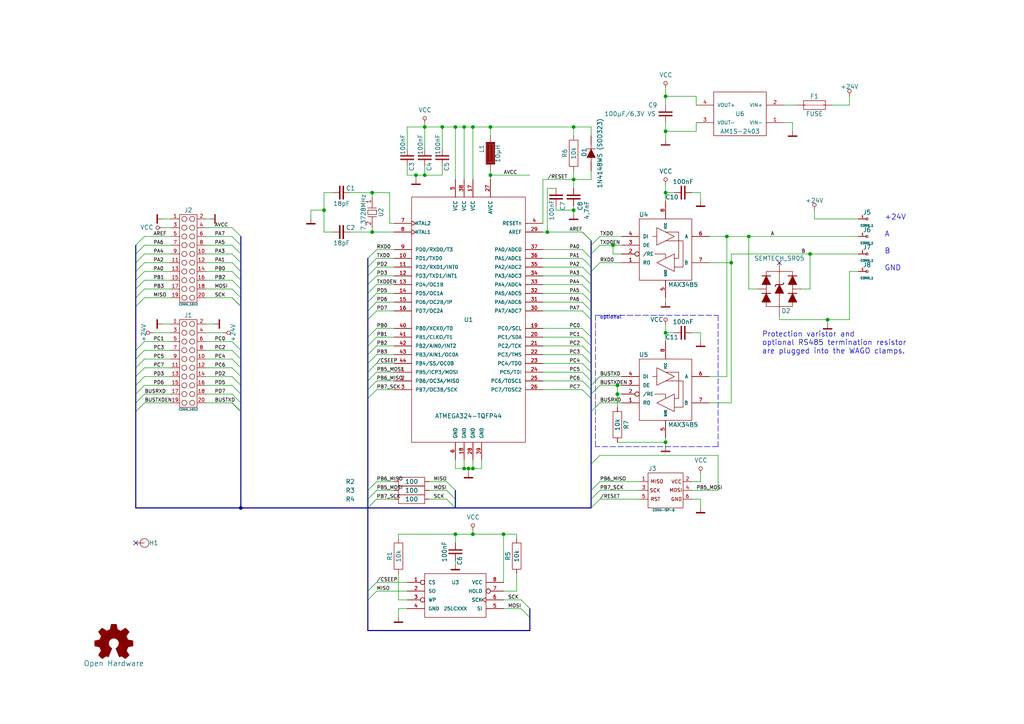
<source format=kicad_sch>
(kicad_sch (version 20211123) (generator eeschema)
  (paper "A4")
  (title_block (title "bus-module_atmega324") (date "2019-03-06") (rev "C") (company "KoeWiBa"))
  (junction (at 137.16 154.94))
  (junction (at 166.37 52.07))
  (junction (at 134.62 36.83))
  (junction (at 132.08 36.83))
  (junction (at 158.75 67.31))
  (junction (at 137.16 135.89))
  (junction (at 142.24 36.83))
  (junction (at 166.37 60.96))
  (junction (at 210.82 68.58))
  (junction (at 193.04 38.1))
  (junction (at 107.95 55.88))
  (junction (at 142.24 50.8))
  (junction (at 69.85 147.32))
  (junction (at 212.09 76.2))
  (junction (at 193.04 27.94))
  (junction (at 234.95 73.66))
  (junction (at 240.03 92.71))
  (junction (at 123.19 36.83))
  (junction (at 107.95 67.31))
  (junction (at 120.65 50.8))
  (junction (at 123.19 50.8))
  (junction (at 217.17 68.58))
  (junction (at 137.16 36.83))
  (junction (at 166.37 36.83))
  (junction (at 179.07 111.76))
  (junction (at 146.05 154.94))
  (junction (at 132.08 154.94))
  (junction (at 179.07 114.3))
  (junction (at 93.98 60.96))
  (junction (at 177.8 71.12))
  (junction (at 128.27 36.83))
  (junction (at 134.62 135.89))
  (junction (at 193.04 55.88))
  (junction (at 193.04 128.27))
  (junction (at 135.89 135.89))
  (junction (at 193.04 96.52))
  (no_connect (at 226.06 76.2))
  (no_connect (at 39.37 157.48))
  (bus_entry (at 67.31 111.76) (size 2.54 2.54))
  (bus_entry (at 67.31 76.2) (size 2.54 2.54))
  (bus_entry (at 39.37 73.66) (size 2.54 -2.54))
  (bus_entry (at 39.37 88.9) (size 2.54 -2.54))
  (bus_entry (at 67.31 66.04) (size 2.54 2.54))
  (bus_entry (at 106.68 142.24) (size 2.54 -2.54))
  (bus_entry (at 168.91 74.93) (size 2.54 2.54))
  (bus_entry (at 168.91 110.49) (size 2.54 2.54))
  (bus_entry (at 67.31 78.74) (size 2.54 2.54))
  (bus_entry (at 39.37 81.28) (size 2.54 -2.54))
  (bus_entry (at 67.31 71.12) (size 2.54 2.54))
  (bus_entry (at 106.68 107.95) (size 2.54 -2.54))
  (bus_entry (at 171.45 78.74) (size 2.54 -2.54))
  (bus_entry (at 106.68 100.33) (size 2.54 -2.54))
  (bus_entry (at 168.91 113.03) (size 2.54 2.54))
  (bus_entry (at 39.37 119.38) (size 2.54 -2.54))
  (bus_entry (at 106.68 90.17) (size 2.54 -2.54))
  (bus_entry (at 168.91 77.47) (size 2.54 2.54))
  (bus_entry (at 106.68 77.47) (size 2.54 -2.54))
  (bus_entry (at 39.37 86.36) (size 2.54 -2.54))
  (bus_entry (at 171.45 73.66) (size 2.54 -2.54))
  (bus_entry (at 106.68 173.99) (size 2.54 -2.54))
  (bus_entry (at 67.31 81.28) (size 2.54 2.54))
  (bus_entry (at 106.68 82.55) (size 2.54 -2.54))
  (bus_entry (at 129.54 139.7) (size 2.54 2.54))
  (bus_entry (at 67.31 73.66) (size 2.54 2.54))
  (bus_entry (at 171.45 111.76) (size 2.54 -2.54))
  (bus_entry (at 151.13 173.99) (size 2.54 2.54))
  (bus_entry (at 67.31 68.58) (size 2.54 2.54))
  (bus_entry (at 168.91 67.31) (size 2.54 2.54))
  (bus_entry (at 106.68 171.45) (size 2.54 -2.54))
  (bus_entry (at 67.31 99.06) (size 2.54 2.54))
  (bus_entry (at 39.37 111.76) (size 2.54 -2.54))
  (bus_entry (at 106.68 80.01) (size 2.54 -2.54))
  (bus_entry (at 168.91 97.79) (size 2.54 2.54))
  (bus_entry (at 168.91 85.09) (size 2.54 2.54))
  (bus_entry (at 67.31 114.3) (size 2.54 2.54))
  (bus_entry (at 171.45 142.24) (size 2.54 -2.54))
  (bus_entry (at 106.68 92.71) (size 2.54 -2.54))
  (bus_entry (at 39.37 116.84) (size 2.54 -2.54))
  (bus_entry (at 168.91 100.33) (size 2.54 2.54))
  (bus_entry (at 39.37 83.82) (size 2.54 -2.54))
  (bus_entry (at 168.91 105.41) (size 2.54 2.54))
  (bus_entry (at 67.31 106.68) (size 2.54 2.54))
  (bus_entry (at 168.91 102.87) (size 2.54 2.54))
  (bus_entry (at 39.37 101.6) (size 2.54 -2.54))
  (bus_entry (at 168.91 87.63) (size 2.54 2.54))
  (bus_entry (at 106.68 105.41) (size 2.54 -2.54))
  (bus_entry (at 106.68 102.87) (size 2.54 -2.54))
  (bus_entry (at 129.54 142.24) (size 2.54 2.54))
  (bus_entry (at 151.13 176.53) (size 2.54 2.54))
  (bus_entry (at 106.68 97.79) (size 2.54 -2.54))
  (bus_entry (at 168.91 67.31) (size 2.54 2.54))
  (bus_entry (at 39.37 78.74) (size 2.54 -2.54))
  (bus_entry (at 129.54 144.78) (size 2.54 2.54))
  (bus_entry (at 39.37 104.14) (size 2.54 -2.54))
  (bus_entry (at 67.31 116.84) (size 2.54 2.54))
  (bus_entry (at 168.91 95.25) (size 2.54 2.54))
  (bus_entry (at 106.68 144.78) (size 2.54 -2.54))
  (bus_entry (at 67.31 86.36) (size 2.54 2.54))
  (bus_entry (at 168.91 90.17) (size 2.54 2.54))
  (bus_entry (at 67.31 109.22) (size 2.54 2.54))
  (bus_entry (at 106.68 85.09) (size 2.54 -2.54))
  (bus_entry (at 171.45 114.3) (size 2.54 -2.54))
  (bus_entry (at 171.45 134.62) (size 2.54 -2.54))
  (bus_entry (at 39.37 114.3) (size 2.54 -2.54))
  (bus_entry (at 67.31 116.84) (size 2.54 2.54))
  (bus_entry (at 168.91 80.01) (size 2.54 2.54))
  (bus_entry (at 168.91 107.95) (size 2.54 2.54))
  (bus_entry (at 106.68 110.49) (size 2.54 -2.54))
  (bus_entry (at 171.45 119.38) (size 2.54 -2.54))
  (bus_entry (at 39.37 106.68) (size 2.54 -2.54))
  (bus_entry (at 106.68 113.03) (size 2.54 -2.54))
  (bus_entry (at 168.91 82.55) (size 2.54 2.54))
  (bus_entry (at 67.31 83.82) (size 2.54 2.54))
  (bus_entry (at 67.31 101.6) (size 2.54 2.54))
  (bus_entry (at 106.68 147.32) (size 2.54 -2.54))
  (bus_entry (at 171.45 147.32) (size 2.54 -2.54))
  (bus_entry (at 39.37 109.22) (size 2.54 -2.54))
  (bus_entry (at 67.31 116.84) (size 2.54 2.54))
  (bus_entry (at 106.68 115.57) (size 2.54 -2.54))
  (bus_entry (at 67.31 104.14) (size 2.54 2.54))
  (bus_entry (at 39.37 76.2) (size 2.54 -2.54))
  (bus_entry (at 106.68 87.63) (size 2.54 -2.54))
  (bus_entry (at 171.45 144.78) (size 2.54 -2.54))
  (bus_entry (at 67.31 86.36) (size 2.54 2.54))
  (bus_entry (at 168.91 72.39) (size 2.54 2.54))
  (bus_entry (at 39.37 71.12) (size 2.54 -2.54))
  (bus_entry (at 106.68 74.93) (size 2.54 -2.54))
  (bus_entry (at 171.45 71.12) (size 2.54 -2.54))
  (bus (pts (xy 106.68 107.95) (xy 106.68 110.49)))
  (wire (pts (xy 132.08 52.07) (xy 132.08 36.83)))
  (wire (pts (xy 46.99 66.04) (xy 49.53 66.04)))
  (wire (pts (xy 157.48 67.31) (xy 158.75 67.31)))
  (wire (pts (xy 157.48 107.95) (xy 168.91 107.95)))
  (bus (pts (xy 69.85 106.68) (xy 69.85 109.22)))
  (wire (pts (xy 109.22 72.39) (xy 114.3 72.39)))
  (wire (pts (xy 149.86 154.94) (xy 149.86 156.21)))
  (bus (pts (xy 171.45 78.74) (xy 171.45 80.01)))
  (wire (pts (xy 67.31 76.2) (xy 59.69 76.2)))
  (bus (pts (xy 171.45 87.63) (xy 171.45 90.17)))
  (wire (pts (xy 158.75 54.61) (xy 161.29 54.61)))
  (bus (pts (xy 171.45 119.38) (xy 171.45 134.62)))
  (wire (pts (xy 107.95 55.88) (xy 113.03 55.88)))
  (wire (pts (xy 173.99 76.2) (xy 180.34 76.2)))
  (bus (pts (xy 171.45 111.76) (xy 171.45 113.03)))
  (wire (pts (xy 129.54 139.7) (xy 124.46 139.7)))
  (wire (pts (xy 132.08 157.48) (xy 132.08 154.94)))
  (bus (pts (xy 171.45 115.57) (xy 171.45 119.38)))
  (wire (pts (xy 142.24 50.8) (xy 153.67 50.8)))
  (bus (pts (xy 69.85 73.66) (xy 69.85 76.2)))
  (wire (pts (xy 168.91 100.33) (xy 157.48 100.33)))
  (wire (pts (xy 118.11 176.53) (xy 115.57 176.53)))
  (polyline (pts (xy 208.28 91.44) (xy 208.28 129.54)))
  (wire (pts (xy 59.69 96.52) (xy 64.77 96.52)))
  (wire (pts (xy 120.65 50.8) (xy 123.19 50.8)))
  (wire (pts (xy 157.48 77.47) (xy 168.91 77.47)))
  (bus (pts (xy 106.68 113.03) (xy 106.68 115.57)))
  (wire (pts (xy 118.11 43.18) (xy 118.11 36.83)))
  (bus (pts (xy 132.08 142.24) (xy 132.08 144.78)))
  (wire (pts (xy 96.52 55.88) (xy 93.98 55.88)))
  (wire (pts (xy 101.6 67.31) (xy 107.95 67.31)))
  (wire (pts (xy 128.27 43.18) (xy 128.27 36.83)))
  (wire (pts (xy 158.75 67.31) (xy 158.75 54.61)))
  (polyline (pts (xy 172.72 91.44) (xy 208.28 91.44)))
  (wire (pts (xy 246.38 92.71) (xy 246.38 78.74)))
  (wire (pts (xy 41.91 78.74) (xy 49.53 78.74)))
  (wire (pts (xy 90.17 60.96) (xy 90.17 63.5)))
  (wire (pts (xy 59.69 63.5) (xy 60.96 63.5)))
  (wire (pts (xy 41.91 76.2) (xy 49.53 76.2)))
  (wire (pts (xy 44.45 96.52) (xy 49.53 96.52)))
  (wire (pts (xy 142.24 49.53) (xy 142.24 50.8)))
  (wire (pts (xy 157.48 82.55) (xy 168.91 82.55)))
  (bus (pts (xy 171.45 71.12) (xy 171.45 73.66)))
  (wire (pts (xy 93.98 67.31) (xy 96.52 67.31)))
  (wire (pts (xy 139.7 135.89) (xy 139.7 133.35)))
  (wire (pts (xy 193.04 96.52) (xy 193.04 99.06)))
  (bus (pts (xy 106.68 115.57) (xy 106.68 142.24)))
  (wire (pts (xy 124.46 142.24) (xy 129.54 142.24)))
  (wire (pts (xy 107.95 67.31) (xy 107.95 66.04)))
  (wire (pts (xy 93.98 60.96) (xy 93.98 67.31)))
  (wire (pts (xy 166.37 52.07) (xy 166.37 54.61)))
  (wire (pts (xy 109.22 139.7) (xy 114.3 139.7)))
  (wire (pts (xy 200.66 96.52) (xy 203.2 96.52)))
  (wire (pts (xy 195.58 55.88) (xy 193.04 55.88)))
  (wire (pts (xy 208.28 132.08) (xy 208.28 142.24)))
  (wire (pts (xy 177.8 71.12) (xy 177.8 73.66)))
  (wire (pts (xy 246.38 27.94) (xy 246.38 30.48)))
  (wire (pts (xy 114.3 90.17) (xy 109.22 90.17)))
  (bus (pts (xy 106.68 173.99) (xy 106.68 182.88)))
  (wire (pts (xy 137.16 153.67) (xy 137.16 154.94)))
  (bus (pts (xy 171.45 90.17) (xy 171.45 92.71)))
  (bus (pts (xy 106.68 97.79) (xy 106.68 100.33)))
  (wire (pts (xy 107.95 67.31) (xy 114.3 67.31)))
  (wire (pts (xy 217.17 83.82) (xy 217.17 68.58)))
  (wire (pts (xy 41.91 71.12) (xy 49.53 71.12)))
  (wire (pts (xy 168.91 90.17) (xy 157.48 90.17)))
  (bus (pts (xy 69.85 88.9) (xy 69.85 101.6)))
  (polyline (pts (xy 172.72 129.54) (xy 172.72 91.44)))
  (bus (pts (xy 106.68 142.24) (xy 106.68 144.78)))
  (wire (pts (xy 166.37 60.96) (xy 166.37 62.23)))
  (wire (pts (xy 137.16 36.83) (xy 142.24 36.83)))
  (wire (pts (xy 193.04 35.56) (xy 193.04 38.1)))
  (wire (pts (xy 109.22 77.47) (xy 114.3 77.47)))
  (wire (pts (xy 200.66 55.88) (xy 203.2 55.88)))
  (wire (pts (xy 185.42 144.78) (xy 173.99 144.78)))
  (wire (pts (xy 173.99 71.12) (xy 177.8 71.12)))
  (wire (pts (xy 59.69 114.3) (xy 67.31 114.3)))
  (bus (pts (xy 39.37 109.22) (xy 39.37 111.76)))
  (bus (pts (xy 39.37 111.76) (xy 39.37 114.3)))
  (bus (pts (xy 171.45 142.24) (xy 171.45 144.78)))
  (wire (pts (xy 132.08 162.56) (xy 132.08 163.83)))
  (bus (pts (xy 171.45 134.62) (xy 171.45 142.24)))
  (bus (pts (xy 69.85 78.74) (xy 69.85 81.28)))
  (wire (pts (xy 114.3 82.55) (xy 109.22 82.55)))
  (bus (pts (xy 69.85 71.12) (xy 69.85 73.66)))
  (bus (pts (xy 69.85 86.36) (xy 69.85 88.9)))
  (wire (pts (xy 101.6 55.88) (xy 107.95 55.88)))
  (wire (pts (xy 208.28 142.24) (xy 200.66 142.24)))
  (wire (pts (xy 118.11 173.99) (xy 115.57 173.99)))
  (bus (pts (xy 39.37 114.3) (xy 39.37 116.84)))
  (polyline (pts (xy 208.28 129.54) (xy 172.72 129.54)))
  (wire (pts (xy 246.38 30.48) (xy 241.3 30.48)))
  (wire (pts (xy 137.16 133.35) (xy 137.16 135.89)))
  (wire (pts (xy 179.07 128.27) (xy 193.04 128.27)))
  (bus (pts (xy 39.37 71.12) (xy 39.37 73.66)))
  (bus (pts (xy 106.68 100.33) (xy 106.68 102.87)))
  (wire (pts (xy 227.33 35.56) (xy 229.87 35.56)))
  (bus (pts (xy 106.68 144.78) (xy 106.68 147.32)))
  (bus (pts (xy 171.45 144.78) (xy 171.45 147.32)))
  (wire (pts (xy 114.3 80.01) (xy 109.22 80.01)))
  (wire (pts (xy 93.98 60.96) (xy 90.17 60.96)))
  (wire (pts (xy 123.19 50.8) (xy 123.19 48.26)))
  (bus (pts (xy 69.85 111.76) (xy 69.85 114.3)))
  (bus (pts (xy 106.68 87.63) (xy 106.68 90.17)))
  (wire (pts (xy 142.24 50.8) (xy 142.24 52.07)))
  (wire (pts (xy 177.8 73.66) (xy 180.34 73.66)))
  (wire (pts (xy 201.93 27.94) (xy 193.04 27.94)))
  (bus (pts (xy 153.67 182.88) (xy 106.68 182.88)))
  (wire (pts (xy 173.99 116.84) (xy 180.34 116.84)))
  (wire (pts (xy 203.2 144.78) (xy 203.2 147.32)))
  (wire (pts (xy 157.48 72.39) (xy 168.91 72.39)))
  (wire (pts (xy 113.03 55.88) (xy 113.03 64.77)))
  (wire (pts (xy 157.48 102.87) (xy 168.91 102.87)))
  (wire (pts (xy 120.65 50.8) (xy 120.65 52.07)))
  (wire (pts (xy 132.08 154.94) (xy 137.16 154.94)))
  (wire (pts (xy 203.2 139.7) (xy 203.2 137.16)))
  (wire (pts (xy 195.58 96.52) (xy 193.04 96.52)))
  (wire (pts (xy 59.69 73.66) (xy 67.31 73.66)))
  (wire (pts (xy 118.11 50.8) (xy 120.65 50.8)))
  (wire (pts (xy 146.05 154.94) (xy 149.86 154.94)))
  (wire (pts (xy 210.82 68.58) (xy 217.17 68.58)))
  (wire (pts (xy 134.62 52.07) (xy 134.62 36.83)))
  (bus (pts (xy 171.45 97.79) (xy 171.45 100.33)))
  (wire (pts (xy 109.22 113.03) (xy 114.3 113.03)))
  (wire (pts (xy 219.71 83.82) (xy 217.17 83.82)))
  (wire (pts (xy 109.22 102.87) (xy 114.3 102.87)))
  (bus (pts (xy 171.45 85.09) (xy 171.45 87.63)))
  (wire (pts (xy 171.45 36.83) (xy 171.45 39.37)))
  (bus (pts (xy 106.68 105.41) (xy 106.68 107.95)))
  (wire (pts (xy 114.3 142.24) (xy 109.22 142.24)))
  (wire (pts (xy 67.31 101.6) (xy 59.69 101.6)))
  (bus (pts (xy 39.37 101.6) (xy 39.37 104.14)))
  (wire (pts (xy 161.29 59.69) (xy 161.29 60.96)))
  (wire (pts (xy 166.37 36.83) (xy 166.37 39.37)))
  (wire (pts (xy 41.91 99.06) (xy 49.53 99.06)))
  (wire (pts (xy 137.16 154.94) (xy 146.05 154.94)))
  (wire (pts (xy 149.86 166.37) (xy 149.86 171.45)))
  (wire (pts (xy 109.22 144.78) (xy 114.3 144.78)))
  (wire (pts (xy 118.11 36.83) (xy 123.19 36.83)))
  (bus (pts (xy 69.85 68.58) (xy 69.85 71.12)))
  (wire (pts (xy 226.06 91.44) (xy 226.06 92.71)))
  (bus (pts (xy 171.45 110.49) (xy 171.45 111.76)))
  (wire (pts (xy 67.31 71.12) (xy 59.69 71.12)))
  (wire (pts (xy 137.16 135.89) (xy 139.7 135.89)))
  (bus (pts (xy 69.85 83.82) (xy 69.85 86.36)))
  (wire (pts (xy 137.16 36.83) (xy 137.16 52.07)))
  (bus (pts (xy 171.45 102.87) (xy 171.45 105.41)))
  (bus (pts (xy 69.85 101.6) (xy 69.85 104.14)))
  (bus (pts (xy 171.45 69.85) (xy 171.45 71.12)))
  (wire (pts (xy 234.95 83.82) (xy 234.95 73.66)))
  (wire (pts (xy 142.24 36.83) (xy 166.37 36.83)))
  (bus (pts (xy 69.85 114.3) (xy 69.85 116.84)))
  (bus (pts (xy 39.37 78.74) (xy 39.37 81.28)))
  (wire (pts (xy 132.08 36.83) (xy 134.62 36.83)))
  (wire (pts (xy 146.05 176.53) (xy 151.13 176.53)))
  (wire (pts (xy 128.27 50.8) (xy 128.27 48.26)))
  (wire (pts (xy 151.13 173.99) (xy 146.05 173.99)))
  (wire (pts (xy 41.91 116.84) (xy 49.53 116.84)))
  (wire (pts (xy 142.24 39.37) (xy 142.24 36.83)))
  (wire (pts (xy 59.69 83.82) (xy 67.31 83.82)))
  (wire (pts (xy 67.31 106.68) (xy 59.69 106.68)))
  (wire (pts (xy 114.3 87.63) (xy 109.22 87.63)))
  (bus (pts (xy 39.37 76.2) (xy 39.37 78.74)))
  (wire (pts (xy 109.22 107.95) (xy 114.3 107.95)))
  (wire (pts (xy 107.95 55.88) (xy 107.95 57.15)))
  (wire (pts (xy 168.91 97.79) (xy 157.48 97.79)))
  (bus (pts (xy 39.37 147.32) (xy 69.85 147.32)))
  (bus (pts (xy 39.37 73.66) (xy 39.37 76.2)))
  (bus (pts (xy 132.08 147.32) (xy 171.45 147.32)))
  (wire (pts (xy 132.08 133.35) (xy 132.08 135.89)))
  (bus (pts (xy 39.37 88.9) (xy 39.37 101.6)))
  (bus (pts (xy 39.37 119.38) (xy 39.37 147.32)))
  (bus (pts (xy 132.08 144.78) (xy 132.08 147.32)))
  (wire (pts (xy 179.07 114.3) (xy 180.34 114.3)))
  (wire (pts (xy 201.93 30.48) (xy 201.93 27.94)))
  (bus (pts (xy 106.68 85.09) (xy 106.68 87.63)))
  (wire (pts (xy 49.53 101.6) (xy 41.91 101.6)))
  (bus (pts (xy 39.37 81.28) (xy 39.37 83.82)))
  (wire (pts (xy 59.69 93.98) (xy 62.23 93.98)))
  (wire (pts (xy 46.99 93.98) (xy 49.53 93.98)))
  (wire (pts (xy 67.31 111.76) (xy 59.69 111.76)))
  (wire (pts (xy 203.2 96.52) (xy 203.2 99.06)))
  (wire (pts (xy 157.48 52.07) (xy 166.37 52.07)))
  (bus (pts (xy 39.37 83.82) (xy 39.37 86.36)))
  (bus (pts (xy 171.45 73.66) (xy 171.45 74.93)))
  (wire (pts (xy 171.45 52.07) (xy 171.45 49.53)))
  (wire (pts (xy 49.53 106.68) (xy 41.91 106.68)))
  (wire (pts (xy 113.03 64.77) (xy 114.3 64.77)))
  (bus (pts (xy 171.45 82.55) (xy 171.45 85.09)))
  (bus (pts (xy 69.85 116.84) (xy 69.85 119.38)))
  (wire (pts (xy 59.69 104.14) (xy 67.31 104.14)))
  (wire (pts (xy 212.09 76.2) (xy 212.09 116.84)))
  (wire (pts (xy 179.07 118.11) (xy 179.07 114.3)))
  (wire (pts (xy 179.07 111.76) (xy 180.34 111.76)))
  (wire (pts (xy 157.48 95.25) (xy 168.91 95.25)))
  (wire (pts (xy 118.11 171.45) (xy 109.22 171.45)))
  (wire (pts (xy 227.33 30.48) (xy 231.14 30.48)))
  (wire (pts (xy 226.06 92.71) (xy 240.03 92.71)))
  (bus (pts (xy 171.45 114.3) (xy 171.45 115.57)))
  (wire (pts (xy 41.91 104.14) (xy 49.53 104.14)))
  (bus (pts (xy 106.68 77.47) (xy 106.68 80.01)))
  (wire (pts (xy 232.41 83.82) (xy 234.95 83.82)))
  (wire (pts (xy 173.99 132.08) (xy 208.28 132.08)))
  (wire (pts (xy 173.99 68.58) (xy 180.34 68.58)))
  (bus (pts (xy 39.37 86.36) (xy 39.37 88.9)))
  (wire (pts (xy 173.99 111.76) (xy 179.07 111.76)))
  (wire (pts (xy 168.91 110.49) (xy 157.48 110.49)))
  (bus (pts (xy 39.37 116.84) (xy 39.37 119.38)))
  (bus (pts (xy 153.67 176.53) (xy 153.67 179.07)))
  (wire (pts (xy 166.37 49.53) (xy 166.37 52.07)))
  (bus (pts (xy 69.85 81.28) (xy 69.85 83.82)))
  (bus (pts (xy 171.45 74.93) (xy 171.45 77.47)))
  (bus (pts (xy 69.85 76.2) (xy 69.85 78.74)))
  (bus (pts (xy 171.45 100.33) (xy 171.45 102.87)))
  (wire (pts (xy 248.92 78.74) (xy 246.38 78.74)))
  (wire (pts (xy 49.53 111.76) (xy 41.91 111.76)))
  (wire (pts (xy 157.48 52.07) (xy 157.48 64.77)))
  (wire (pts (xy 115.57 154.94) (xy 115.57 156.21)))
  (wire (pts (xy 157.48 113.03) (xy 168.91 113.03)))
  (wire (pts (xy 234.95 73.66) (xy 248.92 73.66)))
  (wire (pts (xy 59.69 68.58) (xy 67.31 68.58)))
  (wire (pts (xy 240.03 92.71) (xy 246.38 92.71)))
  (wire (pts (xy 146.05 168.91) (xy 146.05 154.94)))
  (wire (pts (xy 49.53 114.3) (xy 41.91 114.3)))
  (wire (pts (xy 193.04 53.34) (xy 193.04 55.88)))
  (bus (pts (xy 39.37 106.68) (xy 39.37 109.22)))
  (wire (pts (xy 93.98 55.88) (xy 93.98 60.96)))
  (wire (pts (xy 59.69 78.74) (xy 67.31 78.74)))
  (wire (pts (xy 166.37 36.83) (xy 171.45 36.83)))
  (wire (pts (xy 168.91 74.93) (xy 157.48 74.93)))
  (wire (pts (xy 114.3 97.79) (xy 109.22 97.79)))
  (wire (pts (xy 46.99 63.5) (xy 49.53 63.5)))
  (wire (pts (xy 134.62 133.35) (xy 134.62 135.89)))
  (wire (pts (xy 41.91 109.22) (xy 49.53 109.22)))
  (bus (pts (xy 106.68 147.32) (xy 132.08 147.32)))
  (bus (pts (xy 106.68 90.17) (xy 106.68 92.71)))
  (wire (pts (xy 200.66 144.78) (xy 203.2 144.78)))
  (wire (pts (xy 109.22 85.09) (xy 114.3 85.09)))
  (wire (pts (xy 115.57 154.94) (xy 132.08 154.94)))
  (wire (pts (xy 134.62 36.83) (xy 137.16 36.83)))
  (wire (pts (xy 115.57 173.99) (xy 115.57 166.37)))
  (wire (pts (xy 193.04 30.48) (xy 193.04 27.94)))
  (wire (pts (xy 210.82 68.58) (xy 210.82 109.22)))
  (wire (pts (xy 210.82 109.22) (xy 205.74 109.22)))
  (wire (pts (xy 49.53 86.36) (xy 41.91 86.36)))
  (bus (pts (xy 106.68 82.55) (xy 106.68 85.09)))
  (wire (pts (xy 236.22 60.96) (xy 236.22 63.5)))
  (wire (pts (xy 67.31 116.84) (xy 59.69 116.84)))
  (wire (pts (xy 114.3 110.49) (xy 109.22 110.49)))
  (wire (pts (xy 193.04 128.27) (xy 193.04 129.54)))
  (wire (pts (xy 173.99 142.24) (xy 185.42 142.24)))
  (wire (pts (xy 41.91 83.82) (xy 49.53 83.82)))
  (wire (pts (xy 212.09 116.84) (xy 205.74 116.84)))
  (wire (pts (xy 168.91 105.41) (xy 157.48 105.41)))
  (bus (pts (xy 171.45 113.03) (xy 171.45 114.3)))
  (wire (pts (xy 109.22 100.33) (xy 114.3 100.33)))
  (wire (pts (xy 114.3 74.93) (xy 109.22 74.93)))
  (wire (pts (xy 157.48 87.63) (xy 168.91 87.63)))
  (wire (pts (xy 123.19 36.83) (xy 128.27 36.83)))
  (bus (pts (xy 106.68 74.93) (xy 106.68 77.47)))
  (wire (pts (xy 193.04 127) (xy 193.04 128.27)))
  (bus (pts (xy 69.85 119.38) (xy 69.85 147.32)))
  (wire (pts (xy 193.04 93.98) (xy 193.04 96.52)))
  (wire (pts (xy 67.31 81.28) (xy 59.69 81.28)))
  (wire (pts (xy 193.04 25.4) (xy 193.04 27.94)))
  (wire (pts (xy 177.8 71.12) (xy 180.34 71.12)))
  (wire (pts (xy 114.3 105.41) (xy 109.22 105.41)))
  (bus (pts (xy 106.68 147.32) (xy 106.68 171.45)))
  (wire (pts (xy 59.69 109.22) (xy 67.31 109.22)))
  (wire (pts (xy 193.04 38.1) (xy 193.04 40.64)))
  (wire (pts (xy 123.19 36.83) (xy 123.19 43.18)))
  (bus (pts (xy 171.45 107.95) (xy 171.45 110.49)))
  (bus (pts (xy 153.67 179.07) (xy 153.67 182.88)))
  (bus (pts (xy 106.68 92.71) (xy 106.68 97.79)))
  (wire (pts (xy 123.19 50.8) (xy 128.27 50.8)))
  (bus (pts (xy 106.68 102.87) (xy 106.68 105.41)))
  (bus (pts (xy 171.45 105.41) (xy 171.45 107.95)))
  (wire (pts (xy 201.93 38.1) (xy 193.04 38.1)))
  (wire (pts (xy 41.91 81.28) (xy 49.53 81.28)))
  (wire (pts (xy 115.57 176.53) (xy 115.57 179.07)))
  (wire (pts (xy 166.37 52.07) (xy 171.45 52.07)))
  (wire (pts (xy 212.09 73.66) (xy 212.09 76.2)))
  (wire (pts (xy 217.17 68.58) (xy 248.92 68.58)))
  (bus (pts (xy 171.45 92.71) (xy 171.45 97.79)))
  (bus (pts (xy 106.68 110.49) (xy 106.68 113.03)))
  (wire (pts (xy 123.19 35.56) (xy 123.19 36.83)))
  (bus (pts (xy 106.68 80.01) (xy 106.68 82.55)))
  (wire (pts (xy 203.2 55.88) (xy 203.2 58.42)))
  (bus (pts (xy 69.85 109.22) (xy 69.85 111.76)))
  (wire (pts (xy 135.89 135.89) (xy 137.16 135.89)))
  (bus (pts (xy 69.85 104.14) (xy 69.85 106.68)))
  (wire (pts (xy 41.91 73.66) (xy 49.53 73.66)))
  (wire (pts (xy 240.03 92.71) (xy 240.03 93.98)))
  (bus (pts (xy 39.37 104.14) (xy 39.37 106.68)))
  (wire (pts (xy 161.29 60.96) (xy 166.37 60.96)))
  (wire (pts (xy 135.89 135.89) (xy 135.89 137.16)))
  (wire (pts (xy 212.09 76.2) (xy 205.74 76.2)))
  (wire (pts (xy 129.54 144.78) (xy 124.46 144.78)))
  (wire (pts (xy 205.74 68.58) (xy 210.82 68.58)))
  (wire (pts (xy 201.93 35.56) (xy 201.93 38.1)))
  (wire (pts (xy 128.27 36.83) (xy 132.08 36.83)))
  (wire (pts (xy 185.42 139.7) (xy 173.99 139.7)))
  (wire (pts (xy 200.66 139.7) (xy 203.2 139.7)))
  (wire (pts (xy 114.3 95.25) (xy 109.22 95.25)))
  (bus (pts (xy 69.85 147.32) (xy 106.68 147.32)))
  (wire (pts (xy 149.86 171.45) (xy 146.05 171.45)))
  (wire (pts (xy 158.75 67.31) (xy 168.91 67.31)))
  (bus (pts (xy 171.45 80.01) (xy 171.45 82.55)))
  (wire (pts (xy 236.22 63.5) (xy 248.92 63.5)))
  (wire (pts (xy 166.37 59.69) (xy 166.37 60.96)))
  (wire (pts (xy 193.04 55.88) (xy 193.04 58.42)))
  (bus (pts (xy 106.68 171.45) (xy 106.68 173.99)))
  (bus (pts (xy 171.45 77.47) (xy 171.45 78.74)))
  (wire (pts (xy 168.91 80.01) (xy 157.48 80.01)))
  (wire (pts (xy 41.91 68.58) (xy 49.53 68.58)))
  (wire (pts (xy 212.09 73.66) (xy 234.95 73.66)))
  (wire (pts (xy 118.11 48.26) (xy 118.11 50.8)))
  (wire (pts (xy 59.69 66.04) (xy 67.31 66.04)))
  (wire (pts (xy 179.07 111.76) (xy 179.07 114.3)))
  (wire (pts (xy 134.62 135.89) (xy 135.89 135.89)))
  (wire (pts (xy 168.91 85.09) (xy 157.48 85.09)))
  (wire (pts (xy 173.99 109.22) (xy 180.34 109.22)))
  (wire (pts (xy 59.69 99.06) (xy 67.31 99.06)))
  (wire (pts (xy 132.08 135.89) (xy 134.62 135.89)))
  (wire (pts (xy 193.04 86.36) (xy 193.04 87.63)))
  (wire (pts (xy 109.22 168.91) (xy 118.11 168.91)))
  (wire (pts (xy 67.31 86.36) (xy 59.69 86.36)))
  (wire (pts (xy 229.87 35.56) (xy 229.87 38.1)))
  (text "Protection varistor and \noptional RS485 termination resistor \nare plugged into the WAGO clamps. " (at 220.98 102.87 0) (effects (font (size 1.524 1.524)) (justify left bottom)))
  (text "optional " (at 173.99 92.71 0) (effects (font (size 1.016 1.016)) (justify left bottom)))
  (text "+24V\n\nA\n\nB \n\nGND" (at 256.54 78.74 0) (effects (font (size 1.524 1.524)) (justify left bottom)))
  (label "SCK" (at 62.23 86.36 0) (effects (font (size 1.016 1.016))))
  (label "A" (at 223.52 68.58 0) (effects (font (size 1.016 1.016))))
  (label "PC4" (at 165.1 105.41 0) (effects (font (size 1.016 1.016))))
  (label "TXD0" (at 173.99 68.58 0) (effects (font (size 1.016 1.016))))
  (label "PC0" (at 165.1 95.25 0) (effects (font (size 1.016 1.016))))
  (label "PC2" (at 165.1 100.33 0) (effects (font (size 1.016 1.016))))
  (label "PB1" (at 44.45 81.28 0) (effects (font (size 1.016 1.016))))
  (label "MOSI" (at 147.32 176.53 0) (effects (font (size 1.016 1.016))))
  (label "PD3" (at 109.22 80.01 0) (effects (font (size 1.016 1.016))))
  (label "PD6" (at 109.22 87.63 0) (effects (font (size 1.016 1.016))))
  (label "MISO" (at 44.45 86.36 0) (effects (font (size 1.016 1.016))))
  (label "PB3" (at 109.22 102.87 0) (effects (font (size 1.016 1.016))))
  (label "PA5" (at 62.23 71.12 0) (effects (font (size 1.016 1.016))))
  (label "/RESET" (at 158.75 52.07 0) (effects (font (size 1.016 1.016))))
  (label "TXD0" (at 109.22 74.93 0) (effects (font (size 1.016 1.016))))
  (label "PA2" (at 44.45 76.2 0) (effects (font (size 1.016 1.016))))
  (label "PB3" (at 44.45 83.82 0) (effects (font (size 1.016 1.016))))
  (label "PB6_MISO" (at 109.22 139.7 0) (effects (font (size 1.016 1.016))))
  (label "PD6" (at 44.45 111.76 0) (effects (font (size 1.016 1.016))))
  (label "PA7" (at 165.1 90.17 0) (effects (font (size 1.016 1.016))))
  (label "BUSTXD" (at 62.23 116.84 0) (effects (font (size 1.016 1.016))))
  (label "PC3" (at 44.45 101.6 0) (effects (font (size 1.016 1.016))))
  (label "PC7" (at 165.1 113.03 0) (effects (font (size 1.016 1.016))))
  (label "PB7_SCK" (at 109.22 144.78 0) (effects (font (size 1.016 1.016))))
  (label "RXD0" (at 109.22 72.39 0) (effects (font (size 1.016 1.016))))
  (label "MOSI" (at 125.73 142.24 0) (effects (font (size 1.016 1.016))))
  (label "PC2" (at 62.23 101.6 0) (effects (font (size 1.016 1.016))))
  (label "BUSTXD" (at 173.99 109.22 0) (effects (font (size 1.016 1.016))))
  (label "PB7_SCK" (at 109.22 113.03 0) (effects (font (size 1.016 1.016))))
  (label "PA6" (at 165.1 87.63 0) (effects (font (size 1.016 1.016))))
  (label "BUSRXD" (at 41.91 114.3 0) (effects (font (size 1.016 1.016))))
  (label "PD3" (at 44.45 109.22 0) (effects (font (size 1.016 1.016))))
  (label "PA6" (at 44.45 71.12 0) (effects (font (size 1.016 1.016))))
  (label "PA3" (at 62.23 73.66 0) (effects (font (size 1.016 1.016))))
  (label "PC3" (at 165.1 102.87 0) (effects (font (size 1.016 1.016))))
  (label "/CSEEP" (at 109.22 105.41 0) (effects (font (size 1.016 1.016))))
  (label "PA0" (at 165.1 72.39 0) (effects (font (size 1.016 1.016))))
  (label "PB1" (at 109.22 97.79 0) (effects (font (size 1.016 1.016))))
  (label "PB5_MOSI" (at 109.22 142.24 0) (effects (font (size 1.016 1.016))))
  (label "PA4" (at 165.1 82.55 0) (effects (font (size 1.016 1.016))))
  (label "PB2" (at 109.22 100.33 0) (effects (font (size 1.016 1.016))))
  (label "PA5" (at 165.1 85.09 0) (effects (font (size 1.016 1.016))))
  (label "PC5" (at 44.45 104.14 0) (effects (font (size 1.016 1.016))))
  (label "MISO" (at 109.22 171.45 0) (effects (font (size 1.016 1.016))))
  (label "SCK" (at 147.32 173.99 0) (effects (font (size 1.016 1.016))))
  (label "PB5_MOSI" (at 109.22 107.95 0) (effects (font (size 1.016 1.016))))
  (label "PD2" (at 62.23 109.22 0) (effects (font (size 1.016 1.016))))
  (label "TXD0EN" (at 109.22 82.55 0) (effects (font (size 1.016 1.016))))
  (label "PB0" (at 62.23 78.74 0) (effects (font (size 1.016 1.016))))
  (label "PA1" (at 165.1 74.93 0) (effects (font (size 1.016 1.016))))
  (label "PB5_MOSI" (at 201.93 142.24 0) (effects (font (size 1.016 1.016))))
  (label "PB7_SCK" (at 173.99 142.24 0) (effects (font (size 1.016 1.016))))
  (label "PA7" (at 62.23 68.58 0) (effects (font (size 1.016 1.016))))
  (label "PA0" (at 44.45 78.74 0) (effects (font (size 1.016 1.016))))
  (label "SCK" (at 125.73 144.78 0) (effects (font (size 1.016 1.016))))
  (label "PD7" (at 109.22 90.17 0) (effects (font (size 1.016 1.016))))
  (label "AREF" (at 44.45 68.58 0) (effects (font (size 1.016 1.016))))
  (label "PA1" (at 62.23 76.2 0) (effects (font (size 1.016 1.016))))
  (label "RXD0" (at 173.99 76.2 0) (effects (font (size 1.016 1.016))))
  (label "PB2" (at 62.23 81.28 0) (effects (font (size 1.016 1.016))))
  (label "PD5" (at 62.23 111.76 0) (effects (font (size 1.016 1.016))))
  (label "/CSEEP" (at 109.22 168.91 0) (effects (font (size 1.016 1.016))))
  (label "AREF" (at 165.1 67.31 0) (effects (font (size 1.016 1.016))))
  (label "PC6" (at 165.1 110.49 0) (effects (font (size 1.016 1.016))))
  (label "TXD0EN" (at 173.99 71.12 0) (effects (font (size 1.016 1.016))))
  (label "PA4" (at 44.45 73.66 0) (effects (font (size 1.016 1.016))))
  (label "PC1" (at 165.1 97.79 0) (effects (font (size 1.016 1.016))))
  (label "PB6_MISO" (at 173.99 139.7 0) (effects (font (size 1.016 1.016))))
  (label "BUSRXD" (at 173.99 116.84 0) (effects (font (size 1.016 1.016))))
  (label "PA3" (at 165.1 80.01 0) (effects (font (size 1.016 1.016))))
  (label "AVCC" (at 62.23 66.04 0) (effects (font (size 1.016 1.016))))
  (label "PC4" (at 62.23 104.14 0) (effects (font (size 1.016 1.016))))
  (label "B" (at 232.41 73.66 0) (effects (font (size 1.016 1.016))))
  (label "PC1" (at 44.45 99.06 0) (effects (font (size 1.016 1.016))))
  (label "PC5" (at 165.1 107.95 0) (effects (font (size 1.016 1.016))))
  (label "BUSTXDEN" (at 41.91 116.84 0) (effects (font (size 1.016 1.016))))
  (label "PB6_MISO" (at 109.22 110.49 0) (effects (font (size 1.016 1.016))))
  (label "MISO" (at 125.73 139.7 0) (effects (font (size 1.016 1.016))))
  (label "MOSI" (at 62.23 83.82 0) (effects (font (size 1.016 1.016))))
  (label "AVCC" (at 146.05 50.8 0) (effects (font (size 1.016 1.016))))
  (label "PA2" (at 165.1 77.47 0) (effects (font (size 1.016 1.016))))
  (label "PC7" (at 44.45 106.68 0) (effects (font (size 1.016 1.016))))
  (label "PD5" (at 109.22 85.09 0) (effects (font (size 1.016 1.016))))
  (label "PC0" (at 62.23 99.06 0) (effects (font (size 1.016 1.016))))
  (label "BUSTXDEN" (at 173.99 111.76 0) (effects (font (size 1.016 1.016))))
  (label "PB0" (at 109.22 95.25 0) (effects (font (size 1.016 1.016))))
  (label "PC6" (at 62.23 106.68 0) (effects (font (size 1.016 1.016))))
  (label "PD2" (at 109.22 77.47 0) (effects (font (size 1.016 1.016))))
  (label "/RESET" (at 173.99 144.78 0) (effects (font (size 1.016 1.016))))
  (label "PD7" (at 62.23 114.3 0) (effects (font (size 1.016 1.016))))
  (symbol (lib_id "ics_controller_atmel:ATMEGA324-TQFP44") (at 135.89 92.71 0) (unit 1)
    (property "Reference" "U1" (at 135.89 92.71 0))
    (property "Value" "ATMEGA324-TQFP44" (at 135.89 120.65 0))
    (property "Footprint" "Housings_QFP:TQFP-44_10x10mm_Pitch0.8mm" (effects hide))
    (property "Datasheet" "DOCUMENTATION" (effects hide))
  )
  (symbol (lib_id "ics_peripheral:25LCXXX") (at 132.08 172.72 0) (unit 1)
    (property "Reference" "U3" (at 132.08 168.91 0) (effects (font (size 1.016 1.016))))
    (property "Value" "25LCXXX" (at 132.08 176.53 0) (effects (font (size 1.016 1.016))))
    (property "Footprint" "Housings_SOIC:SO8E" (effects hide))
    (property "Datasheet" "SPI EEPROM" (effects hide))
  )
  (symbol (lib_id "ics_misc:MAX487") (at 193.04 72.39 0) (unit 1)
    (property "Reference" "U4" (at 186.69 62.23 0))
    (property "Value" "MAX3485" (at 198.12 82.55 0))
    (property "Footprint" "Housings_SOIC:SO8E" (effects hide))
  )
  (symbol (lib_id "ics_misc:MAX487") (at 193.04 113.03 0) (unit 1)
    (property "Reference" "U5" (at 186.69 102.87 0))
    (property "Value" "MAX3485" (at 198.12 123.19 0))
    (property "Footprint" "Housings_SOIC:SO8E" (effects hide))
  )
  (symbol (lib_id "bus-module_atmega324-rescue:CONN_1-connectors") (at 251.46 63.5 0) (unit 1)
    (property "Reference" "J5" (at 251.46 61.595 0))
    (property "Value" "CONN_1" (at 251.46 65.405 0) (effects (font (size 0.635 0.635))))
    (property "Footprint" "Connector_WAGO:WAGO243" (effects hide))
  )
  (symbol (lib_id "bus-module_atmega324-rescue:CONN_1-connectors") (at 251.46 68.58 0) (unit 1)
    (property "Reference" "J6" (at 251.46 66.675 0))
    (property "Value" "CONN_1" (at 251.46 70.485 0) (effects (font (size 0.635 0.635))))
    (property "Footprint" "Connector_WAGO:WAGO243" (effects hide))
  )
  (symbol (lib_id "bus-module_atmega324-rescue:CONN_1-connectors") (at 251.46 73.66 0) (unit 1)
    (property "Reference" "J7" (at 251.46 71.755 0))
    (property "Value" "CONN_1" (at 251.46 75.565 0) (effects (font (size 0.635 0.635))))
    (property "Footprint" "Connector_WAGO:WAGO243" (effects hide))
  )
  (symbol (lib_id "bus-module_atmega324-rescue:CONN_1-connectors") (at 251.46 78.74 0) (unit 1)
    (property "Reference" "J8" (at 251.46 76.835 0))
    (property "Value" "CONN_1" (at 251.46 80.645 0) (effects (font (size 0.635 0.635))))
    (property "Footprint" "Connector_WAGO:WAGO243" (effects hide))
  )
  (symbol (lib_id "ics_regulator:AM1S-2403") (at 214.63 33.02 0) (mirror y) (unit 1)
    (property "Reference" "U6" (at 214.63 33.02 0))
    (property "Value" "AM1S-2403" (at 214.63 38.1 0))
    (property "Footprint" "DCDC_Converter:AM1S-XXXX_SIL4" (effects hide))
  )
  (symbol (lib_id "standard:C") (at 198.12 55.88 180) (unit 1)
    (property "Reference" "C10" (at 196.85 57.15 0) (effects (justify left)))
    (property "Value" "100nF" (at 198.12 52.705 0))
    (property "Footprint" "Capacitors_SMD:C_0805" (effects hide))
  )
  (symbol (lib_id "standard:C") (at 198.12 96.52 180) (unit 1)
    (property "Reference" "C11" (at 196.85 97.79 0) (effects (justify left)))
    (property "Value" "100nF" (at 198.12 93.345 0))
    (property "Footprint" "Capacitors_SMD:C_0805" (effects hide))
  )
  (symbol (lib_id "standard:C") (at 118.11 45.72 270) (unit 1)
    (property "Reference" "C3" (at 119.38 46.99 0) (effects (justify left)))
    (property "Value" "100nF" (at 116.84 41.91 0))
    (property "Footprint" "Capacitors_SMD:C_0805" (effects hide))
  )
  (symbol (lib_id "standard:C") (at 123.19 45.72 270) (unit 1)
    (property "Reference" "C4" (at 124.46 46.99 0) (effects (justify left)))
    (property "Value" "100nF" (at 121.92 41.91 0))
    (property "Footprint" "Capacitors_SMD:C_0805" (effects hide))
  )
  (symbol (lib_id "standard:C") (at 99.06 67.31 0) (unit 1)
    (property "Reference" "C2" (at 100.33 66.04 0) (effects (justify left)))
    (property "Value" "18pF" (at 99.06 70.485 0))
    (property "Footprint" "Capacitors_SMD:C_0805" (effects hide))
  )
  (symbol (lib_id "standard:C") (at 99.06 55.88 0) (unit 1)
    (property "Reference" "C1" (at 100.33 54.61 0) (effects (justify left)))
    (property "Value" "18pF" (at 99.06 59.055 0))
    (property "Footprint" "Capacitors_SMD:C_0805" (effects hide))
  )
  (symbol (lib_id "standard:C") (at 132.08 160.02 270) (unit 1)
    (property "Reference" "C6" (at 133.35 161.29 0) (effects (justify left)))
    (property "Value" "100nF" (at 128.905 160.02 0))
    (property "Footprint" "Capacitors_SMD:C_0805" (effects hide))
  )
  (symbol (lib_id "bus-module_atmega324-rescue:CONN-ISP-6-connectors") (at 193.04 142.24 0) (unit 1)
    (property "Reference" "J3" (at 189.23 135.89 0))
    (property "Value" "CONN-ISP-6" (at 189.23 147.955 0) (effects (font (size 0.635 0.635)) (justify left)))
    (property "Footprint" "Connector_Header:HEADER_3x2" (effects hide))
  )
  (symbol (lib_id "standard:CRYSTAL") (at 107.95 57.15 270) (unit 1)
    (property "Reference" "U2" (at 110.49 61.595 0))
    (property "Value" "7,3728MHz" (at 105.41 61.595 0))
    (property "Footprint" "Crystal:CRY_HC49_SMD" (effects hide))
  )
  (symbol (lib_id "bus-module_atmega324-rescue:GND-power") (at 135.89 137.16 0) (unit 1)
    (property "Reference" "#PWR01" (effects hide))
    (property "Value" "GND" (effects hide))
  )
  (symbol (lib_id "bus-module_atmega324-rescue:GND-power") (at 115.57 179.07 0) (unit 1)
    (property "Reference" "#PWR02" (effects hide))
    (property "Value" "GND" (effects hide))
  )
  (symbol (lib_id "bus-module_atmega324-rescue:GND-power") (at 193.04 129.54 0) (unit 1)
    (property "Reference" "#PWR03" (effects hide))
    (property "Value" "GND" (effects hide))
  )
  (symbol (lib_id "bus-module_atmega324-rescue:+24V-power") (at 236.22 60.96 0) (unit 1)
    (property "Reference" "#PWR04" (effects hide))
    (property "Value" "+24V" (at 236.22 58.166 0))
  )
  (symbol (lib_id "standard:R") (at 119.38 144.78 0) (unit 1)
    (property "Reference" "R4" (at 101.6 144.78 0))
    (property "Value" "100" (at 119.38 144.78 0))
    (property "Footprint" "Resistor:R_0805" (effects hide))
  )
  (symbol (lib_id "standard:R") (at 119.38 142.24 0) (unit 1)
    (property "Reference" "R3" (at 101.6 142.24 0))
    (property "Value" "100" (at 119.38 142.24 0))
    (property "Footprint" "Resistor:R_0805" (effects hide))
  )
  (symbol (lib_id "standard:R") (at 119.38 139.7 0) (unit 1)
    (property "Reference" "R2" (at 101.6 139.7 0))
    (property "Value" "100" (at 119.38 139.7 0))
    (property "Footprint" "Resistor:R_0805" (effects hide))
  )
  (symbol (lib_id "bus-module_atmega324-rescue:GND-power") (at 90.17 63.5 0) (unit 1)
    (property "Reference" "#PWR07" (effects hide))
    (property "Value" "GND" (effects hide))
  )
  (symbol (lib_id "bus-module_atmega324-rescue:GND-power") (at 193.04 87.63 0) (unit 1)
    (property "Reference" "#PWR08" (effects hide))
    (property "Value" "GND" (effects hide))
  )
  (symbol (lib_id "bus-module_atmega324-rescue:GND-power") (at 203.2 99.06 0) (unit 1)
    (property "Reference" "#PWR09" (effects hide))
    (property "Value" "GND" (effects hide))
  )
  (symbol (lib_id "bus-module_atmega324-rescue:GND-power") (at 120.65 52.07 0) (unit 1)
    (property "Reference" "#PWR011" (effects hide))
    (property "Value" "GND" (effects hide))
  )
  (symbol (lib_id "standard:R") (at 115.57 161.29 270) (unit 1)
    (property "Reference" "R1" (at 113.03 161.29 0))
    (property "Value" "10k" (at 115.57 161.29 0))
    (property "Footprint" "Resistor:R_0805" (effects hide))
  )
  (symbol (lib_id "standard:R") (at 149.86 161.29 270) (unit 1)
    (property "Reference" "R5" (at 147.32 161.29 0))
    (property "Value" "10k" (at 149.86 161.29 0))
    (property "Footprint" "Resistor:R_0805" (effects hide))
  )
  (symbol (lib_id "bus-module_atmega324-rescue:GND-power") (at 132.08 163.83 0) (unit 1)
    (property "Reference" "#PWR012" (effects hide))
    (property "Value" "GND" (effects hide))
  )
  (symbol (lib_id "bus-module_atmega324-rescue:GND-power") (at 203.2 147.32 0) (unit 1)
    (property "Reference" "#PWR014" (effects hide))
    (property "Value" "GND" (effects hide))
  )
  (symbol (lib_id "bus-module_atmega324-rescue:GND-power") (at 203.2 58.42 0) (unit 1)
    (property "Reference" "#PWR015" (effects hide))
    (property "Value" "GND" (effects hide))
  )
  (symbol (lib_id "standard:C") (at 128.27 45.72 270) (unit 1)
    (property "Reference" "C5" (at 129.54 46.99 0) (effects (justify left)))
    (property "Value" "100nF" (at 127 41.91 0))
    (property "Footprint" "Capacitors_SMD:C_0805" (effects hide))
  )
  (symbol (lib_id "standard:C") (at 161.29 57.15 270) (unit 1)
    (property "Reference" "C7" (at 163.195 58.42 0) (effects (justify left)))
    (property "Value" "100nF" (at 160.02 60.96 0))
    (property "Footprint" "Capacitors_SMD:C_0805" (effects hide))
  )
  (symbol (lib_id "standard:C") (at 166.37 57.15 270) (unit 1)
    (property "Reference" "C8" (at 168.275 58.42 0) (effects (justify left)))
    (property "Value" "4,7nF" (at 170.18 60.96 0))
    (property "Footprint" "Capacitors_SMD:C_0805" (effects hide))
  )
  (symbol (lib_id "standard:R") (at 166.37 44.45 270) (unit 1)
    (property "Reference" "R6" (at 163.83 44.45 0))
    (property "Value" "10k" (at 166.37 44.45 0))
    (property "Footprint" "Resistor:R_0805" (effects hide))
  )
  (symbol (lib_id "standard:L") (at 142.24 44.45 270) (unit 1)
    (property "Reference" "L1" (at 139.7 41.91 0) (effects (justify left)))
    (property "Value" "10µH" (at 144.399 41.91 0) (effects (justify left)))
    (property "Footprint" "Inductor:L_0805" (effects hide))
  )
  (symbol (lib_id "bus-module_atmega324-rescue:GND-power") (at 166.37 62.23 0) (unit 1)
    (property "Reference" "#PWR016" (effects hide))
    (property "Value" "GND" (effects hide))
  )
  (symbol (lib_id "bus-module_atmega324-rescue:+24V-power") (at 246.38 27.94 0) (unit 1)
    (property "Reference" "#PWR017" (effects hide))
    (property "Value" "+24V" (at 246.38 25.146 0))
  )
  (symbol (lib_id "bus-module_atmega324-rescue:GND-power") (at 229.87 38.1 0) (unit 1)
    (property "Reference" "#PWR018" (effects hide))
    (property "Value" "GND" (effects hide))
  )
  (symbol (lib_id "bus-module_atmega324-rescue:GND-power") (at 193.04 40.64 0) (unit 1)
    (property "Reference" "#PWR019" (effects hide))
    (property "Value" "GND" (effects hide))
  )
  (symbol (lib_id "bus-module_atmega324-rescue:GND-power") (at 240.03 93.98 0) (unit 1)
    (property "Reference" "#PWR020" (effects hide))
    (property "Value" "GND" (effects hide))
  )
  (symbol (lib_id "standard:HOLE") (at 40.64 157.48 0) (unit 1)
    (property "Reference" "H1" (at 43.18 157.48 0) (effects (justify left)))
    (property "Value" "HOLE" (effects hide))
    (property "Footprint" "Mechanical:HOLE_2.5mm" (effects hide))
  )
  (symbol (lib_id "bus-module_atmega324-rescue:GND-power") (at 46.99 63.5 270) (unit 1)
    (property "Reference" "#PWR023" (effects hide))
    (property "Value" "GND" (effects hide))
  )
  (symbol (lib_id "bus-module_atmega324-rescue:GND-power") (at 60.96 63.5 90) (unit 1)
    (property "Reference" "#PWR024" (effects hide))
    (property "Value" "GND" (effects hide))
  )
  (symbol (lib_id "logo:OPEN_HARDWARE_1") (at 33.02 186.69 0) (unit 1)
    (property "Reference" "LOGO1" (effects hide))
    (property "Value" "Open Hardware" (at 33.02 192.405 0) (effects (font (size 1.524 1.524))))
    (property "Footprint" "Symbol:Symbol_OSHW-Logo_SilkScreen" (effects hide))
  )
  (symbol (lib_id "bus-module_atmega324-rescue:GND-power") (at 62.23 93.98 90) (unit 1)
    (property "Reference" "#PWR026" (effects hide))
    (property "Value" "GND" (effects hide))
  )
  (symbol (lib_id "bus-module_atmega324-rescue:GND-power") (at 46.99 93.98 270) (unit 1)
    (property "Reference" "#PWR027" (effects hide))
    (property "Value" "GND" (effects hide))
  )
  (symbol (lib_id "standard:D") (at 171.45 44.45 90) (unit 1)
    (property "Reference" "D1" (at 169.418 44.196 0))
    (property "Value" "1N4148WS (SOD323)" (at 173.99 44.45 0))
    (property "Footprint" "Diode_SMD:D_SOD323" (effects hide))
  )
  (symbol (lib_id "diodes:SEMTECH_SR05") (at 226.06 83.82 0) (unit 1)
    (property "Reference" "D2" (at 227.965 90.17 0))
    (property "Value" "SEMTECH_SR05" (at 226.06 74.93 0))
    (property "Footprint" "Diode_SMD:D_SOT143" (effects hide))
  )
  (symbol (lib_id "bus-module_atmega324-rescue:CONN_10X2-connectors") (at 54.61 74.93 0) (unit 1)
    (property "Reference" "J2" (at 54.61 60.96 0))
    (property "Value" "CONN_10X2" (at 54.61 88.265 0) (effects (font (size 0.635 0.635))))
    (property "Footprint" "Connector_Header:HEADER_10x2" (effects hide))
  )
  (symbol (lib_id "bus-module_atmega324-rescue:CONN_10X2-connectors") (at 54.61 105.41 0) (unit 1)
    (property "Reference" "J1" (at 54.61 91.44 0))
    (property "Value" "CONN_10X2" (at 54.61 118.745 0) (effects (font (size 0.635 0.635))))
    (property "Footprint" "Connector_Header:HEADER_10x2" (effects hide))
  )
  (symbol (lib_id "bus-module_atmega324-rescue:FUSE-standard") (at 236.22 30.48 0) (unit 1)
    (property "Reference" "F1" (at 236.22 27.94 0))
    (property "Value" "FUSE" (at 236.22 33.02 0))
    (property "Footprint" "Resistor:R_1812" (effects hide))
  )
  (symbol (lib_id "bus-module_atmega324-rescue:+24V-power") (at 64.77 96.52 270) (unit 1)
    (property "Reference" "#PWR028" (effects hide))
    (property "Value" "+24V" (at 67.564 96.52 0))
  )
  (symbol (lib_id "bus-module_atmega324-rescue:+24V-power") (at 44.45 96.52 90) (mirror x) (unit 1)
    (property "Reference" "#PWR029" (effects hide))
    (property "Value" "+24V" (at 41.656 96.52 0))
  )
  (symbol (lib_id "bus-module_atmega324-rescue:VCC-power") (at 46.99 66.04 90) (unit 1)
    (property "Reference" "#PWR0101" (effects hide))
    (property "Value" "VCC" (at 44.5008 65.9384 90) (effects (justify left)))
  )
  (symbol (lib_id "bus-module_atmega324-rescue:VCC-power") (at 123.19 35.56 0) (unit 1)
    (property "Reference" "#PWR0102" (effects hide))
    (property "Value" "VCC" (at 123.2662 31.9024 0))
  )
  (symbol (lib_id "bus-module_atmega324-rescue:VCC-power") (at 193.04 25.4 0) (unit 1)
    (property "Reference" "#PWR0103" (effects hide))
    (property "Value" "VCC" (at 193.1162 21.7424 0))
  )
  (symbol (lib_id "bus-module_atmega324-rescue:VCC-power") (at 193.04 53.34 0) (unit 1)
    (property "Reference" "#PWR0104" (effects hide))
    (property "Value" "VCC" (at 193.1162 49.6824 0))
  )
  (symbol (lib_id "bus-module_atmega324-rescue:VCC-power") (at 193.04 93.98 0) (unit 1)
    (property "Reference" "#PWR0105" (effects hide))
    (property "Value" "VCC" (at 190.5 92.71 0))
  )
  (symbol (lib_id "bus-module_atmega324-rescue:VCC-power") (at 203.2 137.16 0) (unit 1)
    (property "Reference" "#PWR0106" (effects hide))
    (property "Value" "VCC" (at 203.2762 133.5024 0))
  )
  (symbol (lib_id "bus-module_atmega324-rescue:VCC-power") (at 137.16 153.67 0) (unit 1)
    (property "Reference" "#PWR0107" (effects hide))
    (property "Value" "VCC" (at 137.2362 150.0124 0))
  )
  (symbol (lib_id "standard:C") (at 193.04 33.02 270) (unit 1)
    (property "Reference" "C9" (at 187.96 30.48 90) (effects (justify left)))
    (property "Value" "100µF/6,3V VS" (at 175.26 33.02 90) (effects (justify left)))
    (property "Footprint" "Capacitors_SMD:C_1206" (effects hide))
  )
  (symbol (lib_id "standard:R") (at 179.07 123.19 90) (unit 1)
    (property "Reference" "R7" (at 181.61 123.19 0))
    (property "Value" "10k" (at 179.07 123.19 0))
    (property "Footprint" "Resistor:R_0805" (effects hide))
  )
)
</source>
